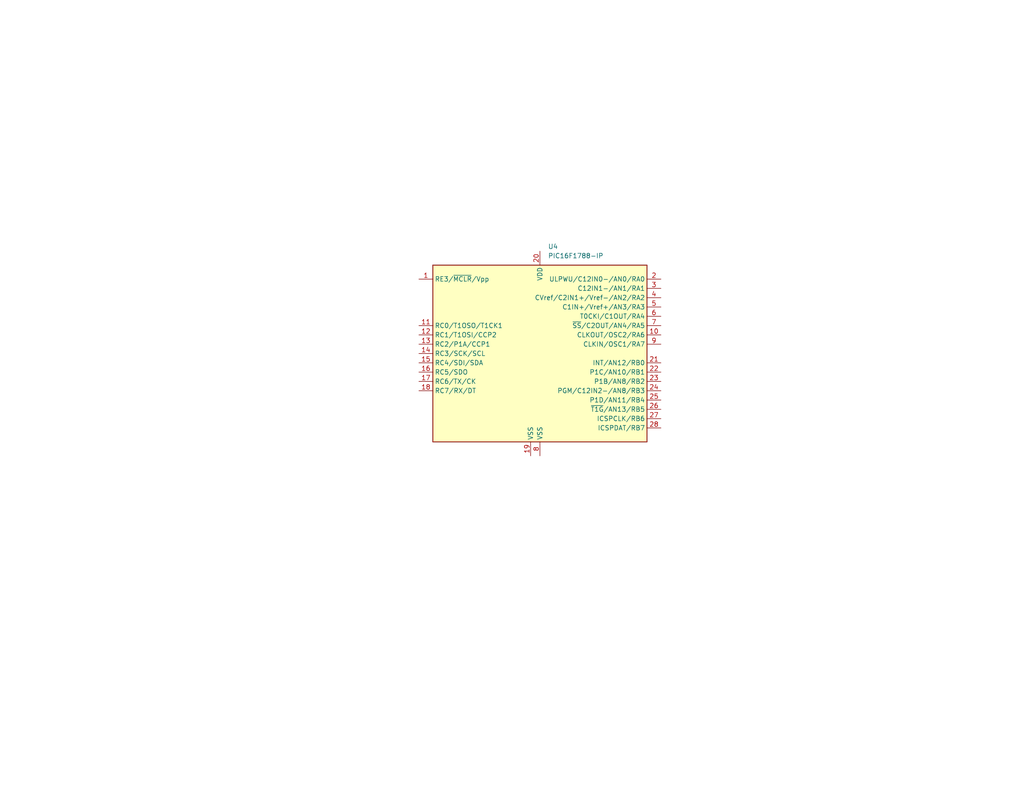
<source format=kicad_sch>
(kicad_sch (version 20231120) (generator "eeschema") (generator_version "8.0")
  (paper "A")
  (title_block (title "Laser Shooting Game Slave") (date "2024-11-18") (rev "A"))
  (lib_symbols
    (symbol "Libraries:PIC16F1788"
      (property "Reference" "U" (at 0 0 0))
      (property "Value" "PIC16F1788-IP" (at 6.858 -2.286 0))
      (symbol "PIC16F1788_0_1"
        (rectangle (start -31.75 -3.81) (end 26.67 -52.07) (stroke (width 0.254)) (fill (type background)))
      )
      (symbol "PIC16F1788_1_1"
        (pin bidirectional line (at -35.56 -7.62 0) (length 3.81) (name "RE3/~{MCLR}/Vpp") (number "1"))
        (pin bidirectional line (at 30.48 -22.86 180) (length 3.81) (name "CLKOUT/OSC2/RA6") (number "10"))
        (pin bidirectional line (at -35.56 -20.32 0) (length 3.81) (name "RC0/T1OSO/T1CK1") (number "11"))
        (pin bidirectional line (at -35.56 -22.86 0) (length 3.81) (name "RC1/T1OSI/CCP2") (number "12"))
        (pin bidirectional line (at -35.56 -25.4 0) (length 3.81) (name "RC2/P1A/CCP1") (number "13"))
        (pin bidirectional line (at -35.56 -27.94 0) (length 3.81) (name "RC3/SCK/SCL") (number "14"))
        (pin bidirectional line (at -35.56 -30.48 0) (length 3.81) (name "RC4/SDI/SDA") (number "15"))
        (pin bidirectional line (at -35.56 -33.02 0) (length 3.81) (name "RC5/SDO") (number "16"))
        (pin bidirectional line (at -35.56 -35.56 0) (length 3.81) (name "RC6/TX/CK") (number "17"))
        (pin bidirectional line (at -35.56 -38.1 0) (length 3.81) (name "RC7/RX/DT") (number "18"))
        (pin power_in line (at -5.08 -55.88 90) (length 3.81) (name "VSS") (number "19"))
        (pin bidirectional line (at 30.48 -7.62 180) (length 3.81) (name "ULPWU/C12IN0-/AN0/RA0") (number "2"))
        (pin power_in line (at -2.54 0 270) (length 3.81) (name "VDD") (number "20"))
        (pin bidirectional line (at 30.48 -30.48 180) (length 3.81) (name "INT/AN12/RB0") (number "21"))
        (pin bidirectional line (at 30.48 -33.02 180) (length 3.81) (name "P1C/AN10/RB1") (number "22"))
        (pin bidirectional line (at 30.48 -35.56 180) (length 3.81) (name "P1B/AN8/RB2") (number "23"))
        (pin bidirectional line (at 30.48 -38.1 180) (length 3.81) (name "PGM/C12IN2-/AN8/RB3") (number "24"))
        (pin bidirectional line (at 30.48 -40.64 180) (length 3.81) (name "P1D/AN11/RB4") (number "25"))
        (pin bidirectional line (at 30.48 -43.18 180) (length 3.81) (name "~{T1G}/AN13/RB5") (number "26"))
        (pin bidirectional line (at 30.48 -45.72 180) (length 3.81) (name "ICSPCLK/RB6") (number "27"))
        (pin bidirectional line (at 30.48 -48.26 180) (length 3.81) (name "ICSPDAT/RB7") (number "28"))
        (pin bidirectional line (at 30.48 -10.16 180) (length 3.81) (name "C12IN1-/AN1/RA1") (number "3"))
        (pin bidirectional line (at 30.48 -12.7 180) (length 3.81) (name "CVref/C2IN1+/Vref-/AN2/RA2") (number "4"))
        (pin bidirectional line (at 30.48 -15.24 180) (length 3.81) (name "C1IN+/Vref+/AN3/RA3") (number "5"))
        (pin bidirectional line (at 30.48 -17.78 180) (length 3.81) (name "T0CKI/C1OUT/RA4") (number "6"))
        (pin bidirectional line (at 30.48 -20.32 180) (length 3.81) (name "~{SS}/C2OUT/AN4/RA5") (number "7"))
        (pin power_in line (at -2.54 -55.88 90) (length 3.81) (name "VSS") (number "8"))
        (pin input line (at 30.48 -25.4 180) (length 3.81) (name "CLKIN/OSC1/RA7") (number "9"))
      )
    )
  )
  (symbol (lib_id "Libraries:PIC16F1788") (at 149.86 68.58 0) (unit 1)
    (property "Reference" "U4" (at 149.5141 67.31 0) (effects (justify left)))
    (property "Value" "PIC16F1788-IP" (at 149.5141 69.85 0) (effects (justify left)))
  )
)
</source>
